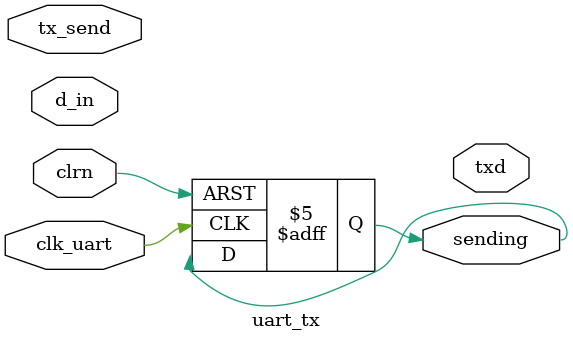
<source format=v>
module uart_tx(
        clrn, 
        //wrn, 
        d_in, 
        //t_empty, 
        txd,
        //no_bits_sent,
        //t_buffer,
        clk_uart,
        sending,
        //t_data
        tx_send

);

input [7:0] d_in;  // data byte from cpu
//input [3:0] cnt16x; // x16 clock counter
//input clk16x;
input clk_uart; // clock for baudrate
input clrn; // baud rate * 16 clock
//input wrn; // cpu write, active low
input tx_send;

output reg txd; // uart txd   -----------------------> salida principal TX
//output reg t_empty; // transmitter empty
//output reg [3:0] no_bits_sent; // number of bits sent
//output reg [7:0] t_data; // reg d_in-------------->  ojo aqui salida a memoria
//output reg [7:0] t_buffer; // reg for sending -------------> ojo aqui salida a memoria

output reg sending; // sending a txd bit   ---------------> Salida indicador Led


reg load_t_buffer; // load t_buffer


// load data to t_data, then to t_buffer, and generate sending signal
always @ (posedge clk_uart or negedge clrn) begin
    if (!clrn) begin // on a reset
        sending <= 0; // clear sending
        //t_empty <= 1; // transmitter is ready
        //load_t_buffer <= 0;    // clear load_t_buffer
        //t_data    <= 0;    // clear t_data
        //t_buffer    <= 0;    // clear t_buffer

    end 
	 /*else begin
        if (!wrn) begin        // cpu write
        //t_data <= d_in;        // load t_data
        //t_empty <= 0;        // transmitter is busy
        //load_t_buffer <= 1;        // ready to load t_buffer
        end else begin

            if (!sending) begin
            // not sending
            if (load_t_buffer) begin             // d2t ready
                sending <= 1;                // sending please
                //t_buffer <= t_data;                // load t_buffer
                //t_empty <= 1;                // transmitter is ready
                //load_t_buffer <= 0;                // clear load_t_buffer
                end
            end else begin
            // sending
                if (no_bits_sent == 4'd11)                // sent a frame
                    sending <= 0;                // clear sending
                end
        end
    end*/
end 

// send a frame: [start, d0, d1, ..., d7, parity, stop]
//assign clk_uart = cnt16x[3];
 // clock for sending txd
always @ (posedge clk_uart or negedge sending) begin
    if (!sending) begin    // if not sending
        //no_bits_sent <= 4'd0;    // clear counter
        //txd <= 1;    // stop bits
    end 
	 /*else begin    // sending
        case (no_bits_sent)        // sending serially
            0: txd <= 0;            // sending start bit
            1: txd <= t_buffer[0];            // sending data bit 0
            2: txd <= t_buffer[1];            // sending data bit 1
            3: txd <= t_buffer[2];            // sending data bit 2
            4: txd <= t_buffer[3];            // sending data bit 3
            5: txd <= t_buffer[4];            // sending data bit 4
            6: txd <= t_buffer[5];            // sending data bit 5
            7: txd <= t_buffer[6];            // sending data bit 6
            8: txd <= t_buffer[7];            // sending data bit 7
            9: txd <= ^t_buffer;            // sending parity (even)
            default: txd <= 1;            // sending stop bit(s)
        endcase
        no_bits_sent <= no_bits_sent + 4'd1;    // counter++
        end*/
    end


endmodule




</source>
